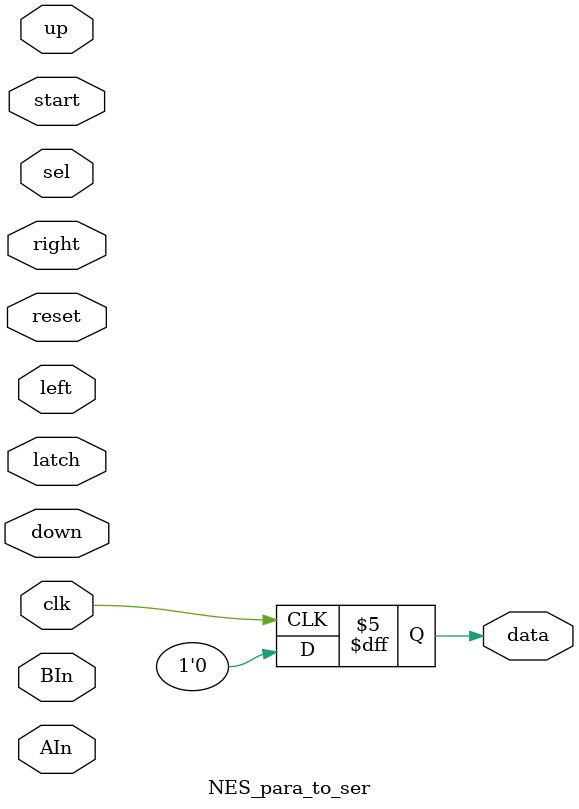
<source format=sv>
module NES_para_to_ser(
					input logic clk,
					input logic latch,
					output logic data,
					
					input logic AIn,
					input logic BIn,
					input logic sel,
					input logic start,
					input logic up,
					input logic down,
					input logic left,
					input logic right,
					
					input logic reset);
					
	logic [7:0] data_q;
		
	always_ff @ (posedge latch, negedge reset) begin
		if (!reset) data_q = 8'b11111111;
		else begin
			data_q[0] = AIn;
			data_q[1] = BIn;
			data_q[2] = sel;
			data_q[3] = start;
			data_q[4] = up;
			data_q[5] = down;
			data_q[6] = left;
			data_q[7] = right;
		end
	end
	
	always_ff @ (posedge clk) begin
		data_q = data_q << 1;
		data = data_q[0];
	end

	

endmodule
</source>
